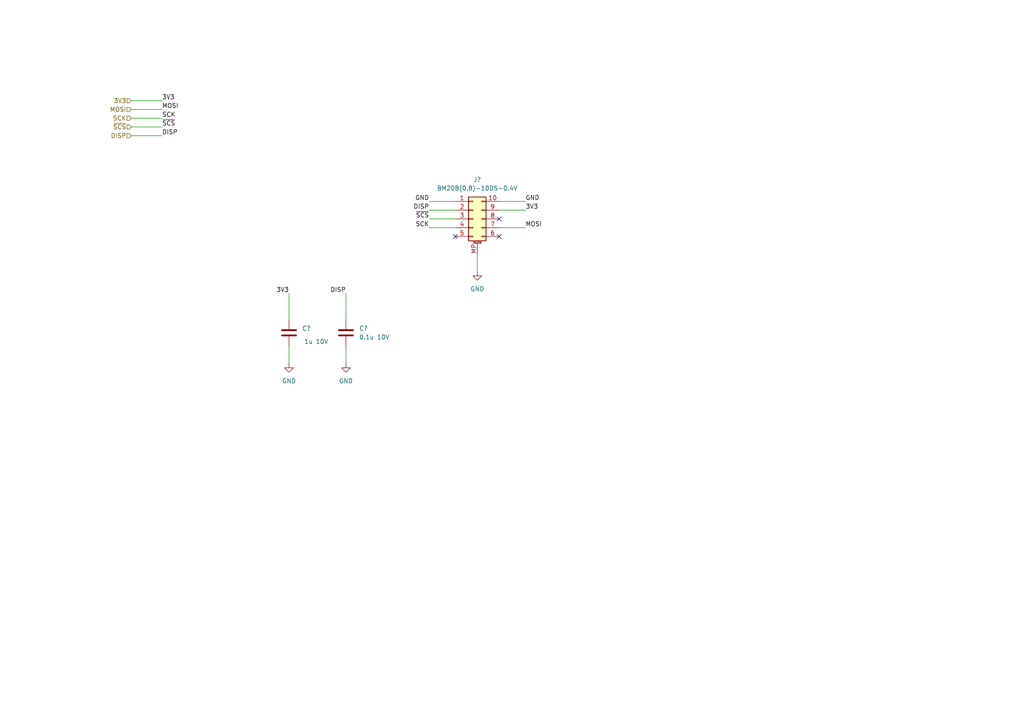
<source format=kicad_sch>
(kicad_sch (version 20230121) (generator eeschema)
  (paper "A4")
  (lib_symbols
    (symbol "Connector_Generic_MountingPin:Conn_02x05_Counter_Clockwise_MountingPin" (pin_names (offset 1.016) hide)
      (property "Reference" "J" (at 1.27 7.62 0))
      (property "Value" "Conn_02x05_Counter_Clockwise_MountingPin" (at 2.54 -7.62 0))
      (symbol "Conn_02x05_Counter_Clockwise_MountingPin_1_1"
        (rectangle (start -1.27 -4.953) (end 0 -5.207) (stroke (width 0.1524)))
        (rectangle (start -1.27 -2.413) (end 0 -2.667) (stroke (width 0.1524)))
        (rectangle (start -1.27 0.127) (end 0 -0.127) (stroke (width 0.1524)))
        (rectangle (start -1.27 2.667) (end 0 2.413) (stroke (width 0.1524)))
        (rectangle (start -1.27 5.207) (end 0 4.953) (stroke (width 0.1524)))
        (rectangle (start -1.27 6.35) (end 3.81 -6.35) (stroke (width 0.254)) (fill (type background)))
        (polyline (pts (xy 0.254 -7.112) (xy 2.286 -7.112)) (stroke (width 0.1524)))
        (rectangle (start 3.81 -4.953) (end 2.54 -5.207) (stroke (width 0.1524)))
        (rectangle (start 3.81 -2.413) (end 2.54 -2.667) (stroke (width 0.1524)))
        (rectangle (start 3.81 0.127) (end 2.54 -0.127) (stroke (width 0.1524)))
        (rectangle (start 3.81 2.667) (end 2.54 2.413) (stroke (width 0.1524)))
        (rectangle (start 3.81 5.207) (end 2.54 4.953) (stroke (width 0.1524)))
        (text "Mounting" (at 1.27 -6.731 0) (effects (font (size 0.381 0.381))))
        (pin passive line (at -5.08 5.08 0) (length 3.81) (name "Pin_1") (number "1"))
        (pin passive line (at 7.62 5.08 180) (length 3.81) (name "Pin_10") (number "10"))
        (pin passive line (at -5.08 2.54 0) (length 3.81) (name "Pin_2") (number "2"))
        (pin passive line (at -5.08 0 0) (length 3.81) (name "Pin_3") (number "3"))
        (pin passive line (at -5.08 -2.54 0) (length 3.81) (name "Pin_4") (number "4"))
        (pin passive line (at -5.08 -5.08 0) (length 3.81) (name "Pin_5") (number "5"))
        (pin passive line (at 7.62 -5.08 180) (length 3.81) (name "Pin_6") (number "6"))
        (pin passive line (at 7.62 -2.54 180) (length 3.81) (name "Pin_7") (number "7"))
        (pin passive line (at 7.62 0 180) (length 3.81) (name "Pin_8") (number "8"))
        (pin passive line (at 7.62 2.54 180) (length 3.81) (name "Pin_9") (number "9"))
        (pin passive line (at 1.27 -10.16 90) (length 3.048) (name "MountPin") (number "MP"))
      )
    )
    (symbol "Device:C" (pin_numbers hide) (pin_names (offset 0.254))
      (property "Reference" "C" (at 0.635 2.54 0))
      (property "Value" "C" (at 0.635 -2.54 0))
      (symbol "C_0_1"
        (polyline (pts (xy -2.032 -0.762) (xy 2.032 -0.762)) (stroke (width 0.508)))
        (polyline (pts (xy -2.032 0.762) (xy 2.032 0.762)) (stroke (width 0.508)))
      )
      (symbol "C_1_1"
        (pin passive line (at 0 3.81 270) (length 2.794) (name "~") (number "1"))
        (pin passive line (at 0 -3.81 90) (length 2.794) (name "~") (number "2"))
      )
    )
    (symbol "power:GND" (power) (pin_names (offset 0))
      (property "Value" "GND" (at 0 -3.81 0))
      (symbol "GND_0_1"
        (polyline (pts (xy 0 0) (xy 0 -1.27) (xy 1.27 -1.27) (xy 0 -2.54) (xy -1.27 -1.27) (xy 0 -1.27)))
      )
      (symbol "GND_1_1"
        (pin power_in line (at 0 0 270) (length 0) hide (name "GND") (number "1"))
      )
    )
  )
  (no_connect (at 144.78 63.5))
  (no_connect (at 144.78 68.58))
  (no_connect (at 132.08 68.58))
  (wire (pts (xy 38.1 39.37) (xy 46.99 39.37)))
  (wire (pts (xy 124.46 63.5) (xy 132.08 63.5)))
  (wire (pts (xy 38.1 34.29) (xy 46.99 34.29)))
  (wire (pts (xy 100.33 100.33) (xy 100.33 105.41)))
  (wire (pts (xy 124.46 58.42) (xy 132.08 58.42)))
  (wire (pts (xy 152.4 58.42) (xy 144.78 58.42)))
  (wire (pts (xy 124.46 60.96) (xy 132.08 60.96)))
  (wire (pts (xy 152.4 60.96) (xy 144.78 60.96)))
  (wire (pts (xy 152.4 66.04) (xy 144.78 66.04)))
  (wire (pts (xy 38.1 36.83) (xy 46.99 36.83)))
  (wire (pts (xy 83.82 100.33) (xy 83.82 105.41)))
  (wire (pts (xy 138.43 73.66) (xy 138.43 78.74)))
  (wire (pts (xy 38.1 31.75) (xy 46.99 31.75)))
  (wire (pts (xy 38.1 29.21) (xy 46.99 29.21)))
  (wire (pts (xy 100.33 85.09) (xy 100.33 92.71)))
  (wire (pts (xy 83.82 85.09) (xy 83.82 92.71)))
  (wire (pts (xy 124.46 66.04) (xy 132.08 66.04)))
  (label "~{SCS}" (at 124.46 63.5 180))
  (label "DISP" (at 46.99 39.37 0))
  (label "GND" (at 124.46 58.42 180))
  (label "3V3" (at 46.99 29.21 0))
  (label "SCK" (at 46.99 34.29 0))
  (label "DISP" (at 100.33 85.09 180))
  (label "MOSI" (at 46.99 31.75 0))
  (label "GND" (at 152.4 58.42 0))
  (label "~{SCS}" (at 46.99 36.83 0))
  (label "3V3" (at 83.82 85.09 180))
  (label "DISP" (at 124.46 60.96 180))
  (label "SCK" (at 124.46 66.04 180))
  (label "MOSI" (at 152.4 66.04 0))
  (label "3V3" (at 152.4 60.96 0))
  (hierarchical_label "~{SCS}" (shape input) (at 38.1 36.83 180))
  (hierarchical_label "DISP" (shape input) (at 38.1 39.37 180))
  (hierarchical_label "SCK" (shape input) (at 38.1 34.29 180))
  (hierarchical_label "3V3" (shape input) (at 38.1 29.21 180))
  (hierarchical_label "MOSI" (shape input) (at 38.1 31.75 180))
  (symbol (lib_id "power:GND") (at 83.82 105.41 0) (unit 1)
    (property "Reference" "#PWR0303" (effects hide))
    (property "Value" "GND" (at 83.82 110.49 0))
  )
  (symbol (lib_id "power:GND") (at 138.43 78.74 0) (unit 1)
    (property "Reference" "#PWR0301" (effects hide))
    (property "Value" "GND" (at 138.43 83.82 0))
  )
  (symbol (lib_id "Device:C") (at 100.33 96.52 0) (unit 1)
    (property "Reference" "C?" (at 104.14 95.25 0) (effects (justify left)))
    (property "Value" "0.1u 10V" (at 104.14 97.79 0) (effects (justify left)))
  )
  (symbol (lib_id "Device:C") (at 83.82 96.52 0) (mirror y) (unit 1)
    (property "Reference" "C?" (at 90.17 95.25 0) (effects (justify left)))
    (property "Value" "1u 10V" (at 95.25 99.06 0) (effects (justify left)))
  )
  (symbol (lib_id "Connector_Generic_MountingPin:Conn_02x05_Counter_Clockwise_MountingPin") (at 137.16 63.5 0) (unit 1)
    (property "Reference" "J?" (at 138.43 52.07 0))
    (property "Value" "BM20B(0.8)-10DS-0.4V" (at 138.43 54.61 0))
  )
  (symbol (lib_id "power:GND") (at 100.33 105.41 0) (unit 1)
    (property "Reference" "#PWR0302" (effects hide))
    (property "Value" "GND" (at 100.33 110.49 0))
  )
)
</source>
